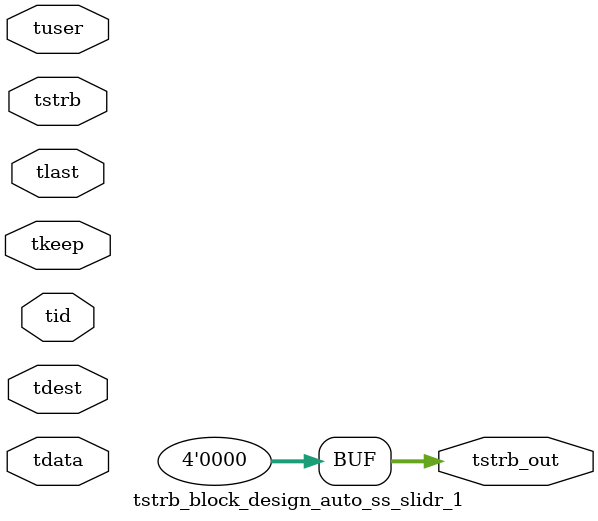
<source format=v>


`timescale 1ps/1ps

module tstrb_block_design_auto_ss_slidr_1 #
(
parameter C_S_AXIS_TDATA_WIDTH = 32,
parameter C_S_AXIS_TUSER_WIDTH = 0,
parameter C_S_AXIS_TID_WIDTH   = 0,
parameter C_S_AXIS_TDEST_WIDTH = 0,
parameter C_M_AXIS_TDATA_WIDTH = 32
)
(
input  [(C_S_AXIS_TDATA_WIDTH == 0 ? 1 : C_S_AXIS_TDATA_WIDTH)-1:0     ] tdata,
input  [(C_S_AXIS_TUSER_WIDTH == 0 ? 1 : C_S_AXIS_TUSER_WIDTH)-1:0     ] tuser,
input  [(C_S_AXIS_TID_WIDTH   == 0 ? 1 : C_S_AXIS_TID_WIDTH)-1:0       ] tid,
input  [(C_S_AXIS_TDEST_WIDTH == 0 ? 1 : C_S_AXIS_TDEST_WIDTH)-1:0     ] tdest,
input  [(C_S_AXIS_TDATA_WIDTH/8)-1:0 ] tkeep,
input  [(C_S_AXIS_TDATA_WIDTH/8)-1:0 ] tstrb,
input                                                                    tlast,
output [(C_M_AXIS_TDATA_WIDTH/8)-1:0 ] tstrb_out
);

assign tstrb_out = {1'b0};

endmodule


</source>
